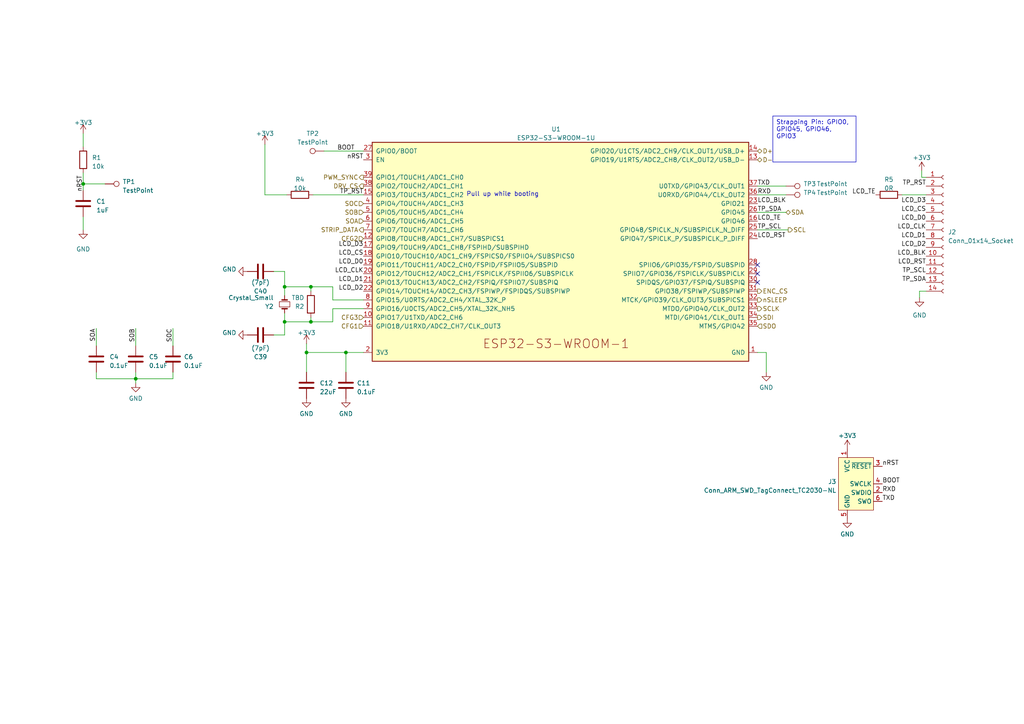
<source format=kicad_sch>
(kicad_sch (version 20230221) (generator eeschema)
  (paper "A4")
  (title_block (title "haptic-knob") (company "wirano"))
  (lib_symbols
    (symbol "Connector:Conn_01x14_Socket" (pin_names (offset 1.016) hide)
      (property "Reference" "J" (at 0 17.78 0))
      (property "Value" "Conn_01x14_Socket" (at 0 -20.32 0))
      (symbol "Conn_01x14_Socket_1_1"
        (arc (start 0 -17.272) (mid -0.5058 -17.78) (end 0 -18.288) (stroke (width 0.1524)))
        (arc (start 0 -14.732) (mid -0.5058 -15.24) (end 0 -15.748) (stroke (width 0.1524)))
        (arc (start 0 -12.192) (mid -0.5058 -12.7) (end 0 -13.208) (stroke (width 0.1524)))
        (arc (start 0 -9.652) (mid -0.5058 -10.16) (end 0 -10.668) (stroke (width 0.1524)))
        (arc (start 0 -7.112) (mid -0.5058 -7.62) (end 0 -8.128) (stroke (width 0.1524)))
        (arc (start 0 -4.572) (mid -0.5058 -5.08) (end 0 -5.588) (stroke (width 0.1524)))
        (arc (start 0 -2.032) (mid -0.5058 -2.54) (end 0 -3.048) (stroke (width 0.1524)))
        (polyline (pts (xy -1.27 -17.78) (xy -0.508 -17.78)) (stroke (width 0.1524)))
        (polyline (pts (xy -1.27 -15.24) (xy -0.508 -15.24)) (stroke (width 0.1524)))
        (polyline (pts (xy -1.27 -12.7) (xy -0.508 -12.7)) (stroke (width 0.1524)))
        (polyline (pts (xy -1.27 -10.16) (xy -0.508 -10.16)) (stroke (width 0.1524)))
        (polyline (pts (xy -1.27 -7.62) (xy -0.508 -7.62)) (stroke (width 0.1524)))
        (polyline (pts (xy -1.27 -5.08) (xy -0.508 -5.08)) (stroke (width 0.1524)))
        (polyline (pts (xy -1.27 -2.54) (xy -0.508 -2.54)) (stroke (width 0.1524)))
        (polyline (pts (xy -1.27 0) (xy -0.508 0)) (stroke (width 0.1524)))
        (polyline (pts (xy -1.27 2.54) (xy -0.508 2.54)) (stroke (width 0.1524)))
        (polyline (pts (xy -1.27 5.08) (xy -0.508 5.08)) (stroke (width 0.1524)))
        (polyline (pts (xy -1.27 7.62) (xy -0.508 7.62)) (stroke (width 0.1524)))
        (polyline (pts (xy -1.27 10.16) (xy -0.508 10.16)) (stroke (width 0.1524)))
        (polyline (pts (xy -1.27 12.7) (xy -0.508 12.7)) (stroke (width 0.1524)))
        (polyline (pts (xy -1.27 15.24) (xy -0.508 15.24)) (stroke (width 0.1524)))
        (arc (start 0 0.508) (mid -0.5058 0) (end 0 -0.508) (stroke (width 0.1524)))
        (arc (start 0 3.048) (mid -0.5058 2.54) (end 0 2.032) (stroke (width 0.1524)))
        (arc (start 0 5.588) (mid -0.5058 5.08) (end 0 4.572) (stroke (width 0.1524)))
        (arc (start 0 8.128) (mid -0.5058 7.62) (end 0 7.112) (stroke (width 0.1524)))
        (arc (start 0 10.668) (mid -0.5058 10.16) (end 0 9.652) (stroke (width 0.1524)))
        (arc (start 0 13.208) (mid -0.5058 12.7) (end 0 12.192) (stroke (width 0.1524)))
        (arc (start 0 15.748) (mid -0.5058 15.24) (end 0 14.732) (stroke (width 0.1524)))
        (pin passive line (at -5.08 15.24 0) (length 3.81) (name "Pin_1") (number "1"))
        (pin passive line (at -5.08 -7.62 0) (length 3.81) (name "Pin_10") (number "10"))
        (pin passive line (at -5.08 -10.16 0) (length 3.81) (name "Pin_11") (number "11"))
        (pin passive line (at -5.08 -12.7 0) (length 3.81) (name "Pin_12") (number "12"))
        (pin passive line (at -5.08 -15.24 0) (length 3.81) (name "Pin_13") (number "13"))
        (pin passive line (at -5.08 -17.78 0) (length 3.81) (name "Pin_14") (number "14"))
        (pin passive line (at -5.08 12.7 0) (length 3.81) (name "Pin_2") (number "2"))
        (pin passive line (at -5.08 10.16 0) (length 3.81) (name "Pin_3") (number "3"))
        (pin passive line (at -5.08 7.62 0) (length 3.81) (name "Pin_4") (number "4"))
        (pin passive line (at -5.08 5.08 0) (length 3.81) (name "Pin_5") (number "5"))
        (pin passive line (at -5.08 2.54 0) (length 3.81) (name "Pin_6") (number "6"))
        (pin passive line (at -5.08 0 0) (length 3.81) (name "Pin_7") (number "7"))
        (pin passive line (at -5.08 -2.54 0) (length 3.81) (name "Pin_8") (number "8"))
        (pin passive line (at -5.08 -5.08 0) (length 3.81) (name "Pin_9") (number "9"))
      )
    )
    (symbol "Connector:Conn_ARM_SWD_TagConnect_TC2030-NL" (in_bom no)
      (property "Reference" "J" (at 2.54 11.43 0))
      (property "Value" "Conn_ARM_SWD_TagConnect_TC2030-NL" (at 2.54 8.89 0))
      (symbol "Conn_ARM_SWD_TagConnect_TC2030-NL_0_0"
        (pin power_in line (at -2.54 10.16 270) (length 2.54) (name "VCC") (number "1"))
        (pin bidirectional line (at 7.62 -2.54 180) (length 2.54) (name "SWDIO") (number "2"))
        (pin open_collector line (at 7.62 5.08 180) (length 2.54) (name "~{RESET}") (number "3"))
        (pin output line (at 7.62 0 180) (length 2.54) (name "SWCLK") (number "4"))
        (pin power_in line (at -2.54 -10.16 90) (length 2.54) (name "GND") (number "5"))
        (pin input line (at 7.62 -5.08 180) (length 2.54) (name "SWO") (number "6"))
      )
      (symbol "Conn_ARM_SWD_TagConnect_TC2030-NL_0_1"
        (rectangle (start -5.08 7.62) (end 5.08 -7.62) (fill (type background)))
      )
    )
    (symbol "Connector:TestPoint" (pin_numbers hide) (pin_names (offset 0.762) hide)
      (property "Reference" "TP" (at 0 6.858 0))
      (property "Value" "TestPoint" (at 0 5.08 0))
      (symbol "TestPoint_0_1"
        (circle (center 0 3.302) (radius 0.762))
      )
      (symbol "TestPoint_1_1"
        (pin passive line (at 0 0 90) (length 2.54) (name "1") (number "1"))
      )
    )
    (symbol "Device:C" (pin_numbers hide) (pin_names (offset 0.254))
      (property "Reference" "C" (at 0.635 2.54 0))
      (property "Value" "C" (at 0.635 -2.54 0))
      (symbol "C_0_1"
        (polyline (pts (xy -2.032 -0.762) (xy 2.032 -0.762)) (stroke (width 0.508)))
        (polyline (pts (xy -2.032 0.762) (xy 2.032 0.762)) (stroke (width 0.508)))
      )
      (symbol "C_1_1"
        (pin passive line (at 0 3.81 270) (length 2.794) (name "~") (number "1"))
        (pin passive line (at 0 -3.81 90) (length 2.794) (name "~") (number "2"))
      )
    )
    (symbol "Device:Crystal_Small" (pin_numbers hide) (pin_names (offset 1.016) hide)
      (property "Reference" "Y" (at 0 2.54 0))
      (property "Value" "Crystal_Small" (at 0 -2.54 0))
      (symbol "Crystal_Small_0_1"
        (rectangle (start -0.762 -1.524) (end 0.762 1.524))
        (polyline (pts (xy -1.27 -0.762) (xy -1.27 0.762)) (stroke (width 0.381)))
        (polyline (pts (xy 1.27 -0.762) (xy 1.27 0.762)) (stroke (width 0.381)))
      )
      (symbol "Crystal_Small_1_1"
        (pin passive line (at -2.54 0 0) (length 1.27) (name "1") (number "1"))
        (pin passive line (at 2.54 0 180) (length 1.27) (name "2") (number "2"))
      )
    )
    (symbol "Device:R" (pin_numbers hide) (pin_names (offset 0))
      (property "Reference" "R" (at 2.032 0 90))
      (property "Value" "R" (at 0 0 90))
      (symbol "R_0_1"
        (rectangle (start -1.016 -2.54) (end 1.016 2.54) (stroke (width 0.254)))
      )
      (symbol "R_1_1"
        (pin passive line (at 0 3.81 270) (length 1.27) (name "~") (number "1"))
        (pin passive line (at 0 -3.81 90) (length 1.27) (name "~") (number "2"))
      )
    )
    (symbol "Espressif:ESP32-S3-WROOM-1" (pin_names (offset 1.016))
      (property "Reference" "U" (at -53.34 38.1 0))
      (property "Value" "ESP32-S3-WROOM-1" (at -53.34 35.56 0))
      (symbol "ESP32-S3-WROOM-1_0_0"
        (rectangle (start -53.34 33.02) (end 55.88 -30.48) (stroke (width 0.254)) (fill (type background)))
        (text "ESP32-S3-WROOM-1" (at 0 -25.4 0) (effects (font (size 2.54 2.54))))
        (pin power_in line (at 58.42 -27.94 180) (length 2.54) (name "GND") (number "1"))
        (pin bidirectional line (at -55.88 -17.78 0) (length 2.54) (name "GPIO17/U1TXD/ADC2_CH6") (number "10"))
        (pin bidirectional line (at -55.88 -20.32 0) (length 2.54) (name "GPIO18/U1RXD/ADC2_CH7/CLK_OUT3") (number "11"))
        (pin bidirectional line (at -55.88 5.08 0) (length 2.54) (name "GPIO8/TOUCH8/ADC1_CH7/SUBSPICS1") (number "12"))
        (pin bidirectional line (at 58.42 27.94 180) (length 2.54) (name "GPIO19/U1RTS/ADC2_CH8/CLK_OUT2/USB_D-") (number "13"))
        (pin bidirectional line (at 58.42 30.48 180) (length 2.54) (name "GPIO20/U1CTS/ADC2_CH9/CLK_OUT1/USB_D+") (number "14"))
        (pin bidirectional line (at -55.88 17.78 0) (length 2.54) (name "GPIO3/TOUCH3/ADC1_CH2") (number "15"))
        (pin bidirectional line (at 58.42 10.16 180) (length 2.54) (name "GPIO46") (number "16"))
        (pin bidirectional line (at -55.88 2.54 0) (length 2.54) (name "GPIO9/TOUCH9/ADC1_CH8/FSPIHD/SUBSPIHD") (number "17"))
        (pin bidirectional line (at -55.88 0 0) (length 2.54) (name "GPIO10/TOUCH10/ADC1_CH9/FSPICS0/FSPIIO4/SUBSPICS0") (number "18"))
        (pin bidirectional line (at -55.88 -2.54 0) (length 2.54) (name "GPIO11/TOUCH11/ADC2_CH0/FSPID/FSPIIO5/SUBSPID") (number "19"))
        (pin power_in line (at -55.88 -27.94 0) (length 2.54) (name "3V3") (number "2"))
        (pin bidirectional line (at -55.88 -5.08 0) (length 2.54) (name "GPIO12/TOUCH12/ADC2_CH1/FSPICLK/FSPIIO6/SUBSPICLK") (number "20"))
        (pin bidirectional line (at -55.88 -7.62 0) (length 2.54) (name "GPIO13/TOUCH13/ADC2_CH2/FSPIQ/FSPIIO7/SUBSPIQ") (number "21"))
        (pin bidirectional line (at -55.88 -10.16 0) (length 2.54) (name "GPIO14/TOUCH14/ADC2_CH3/FSPIWP/FSPIDQS/SUBSPIWP") (number "22"))
        (pin bidirectional line (at 58.42 15.24 180) (length 2.54) (name "GPIO21") (number "23"))
        (pin bidirectional line (at 58.42 5.08 180) (length 2.54) (name "GPIO47/SPICLK_P/SUBSPICLK_P_DIFF") (number "24"))
        (pin bidirectional line (at 58.42 7.62 180) (length 2.54) (name "GPIO48/SPICLK_N/SUBSPICLK_N_DIFF") (number "25"))
        (pin bidirectional line (at 58.42 12.7 180) (length 2.54) (name "GPIO45") (number "26"))
        (pin bidirectional line (at -55.88 30.48 0) (length 2.54) (name "GPIO0/BOOT") (number "27"))
        (pin bidirectional line (at 58.42 -2.54 180) (length 2.54) (name "SPIIO6/GPIO35/FSPID/SUBSPID") (number "28"))
        (pin bidirectional line (at 58.42 -5.08 180) (length 2.54) (name "SPIIO7/GPIO36/FSPICLK/SUBSPICLK") (number "29"))
        (pin input line (at -55.88 27.94 0) (length 2.54) (name "EN") (number "3"))
        (pin bidirectional line (at 58.42 -7.62 180) (length 2.54) (name "SPIDQS/GPIO37/FSPIQ/SUBSPIQ") (number "30"))
        (pin bidirectional line (at 58.42 -10.16 180) (length 2.54) (name "GPIO38/FSPIWP/SUBSPIWP") (number "31"))
        (pin bidirectional line (at 58.42 -12.7 180) (length 2.54) (name "MTCK/GPIO39/CLK_OUT3/SUBSPICS1") (number "32"))
        (pin bidirectional line (at 58.42 -15.24 180) (length 2.54) (name "MTDO/GPIO40/CLK_OUT2") (number "33"))
        (pin bidirectional line (at 58.42 -17.78 180) (length 2.54) (name "MTDI/GPIO41/CLK_OUT1") (number "34"))
        (pin bidirectional line (at 58.42 -20.32 180) (length 2.54) (name "MTMS/GPIO42") (number "35"))
        (pin bidirectional line (at 58.42 17.78 180) (length 2.54) (name "U0RXD/GPIO44/CLK_OUT2") (number "36"))
        (pin bidirectional line (at 58.42 20.32 180) (length 2.54) (name "U0TXD/GPIO43/CLK_OUT1") (number "37"))
        (pin bidirectional line (at -55.88 20.32 0) (length 2.54) (name "GPIO2/TOUCH2/ADC1_CH1") (number "38"))
        (pin bidirectional line (at -55.88 22.86 0) (length 2.54) (name "GPIO1/TOUCH1/ADC1_CH0") (number "39"))
        (pin bidirectional line (at -55.88 15.24 0) (length 2.54) (name "GPIO4/TOUCH4/ADC1_CH3") (number "4"))
        (pin passive line (at 58.42 -27.94 180) (length 2.54) hide (name "GND") (number "40"))
        (pin passive line (at 58.42 -27.94 180) (length 2.54) hide (name "GND") (number "41"))
        (pin bidirectional line (at -55.88 12.7 0) (length 2.54) (name "GPIO5/TOUCH5/ADC1_CH4") (number "5"))
        (pin bidirectional line (at -55.88 10.16 0) (length 2.54) (name "GPIO6/TOUCH6/ADC1_CH5") (number "6"))
        (pin bidirectional line (at -55.88 7.62 0) (length 2.54) (name "GPIO7/TOUCH7/ADC1_CH6") (number "7"))
        (pin bidirectional line (at -55.88 -12.7 0) (length 2.54) (name "GPIO15/U0RTS/ADC2_CH4/XTAL_32K_P") (number "8"))
        (pin bidirectional line (at -55.88 -15.24 0) (length 2.54) (name "GPIO16/U0CTS/ADC2_CH5/XTAL_32K_NH5") (number "9"))
      )
    )
    (symbol "power:+3V3" (power) (pin_names (offset 0))
      (property "Value" "+3V3" (at 0 3.556 0))
      (symbol "+3V3_0_1"
        (polyline (pts (xy -0.762 1.27) (xy 0 2.54)))
        (polyline (pts (xy 0 0) (xy 0 2.54)))
        (polyline (pts (xy 0 2.54) (xy 0.762 1.27)))
      )
      (symbol "+3V3_1_1"
        (pin power_in line (at 0 0 90) (length 0) hide (name "+3V3") (number "1"))
      )
    )
    (symbol "power:GND" (power) (pin_names (offset 0))
      (property "Value" "GND" (at 0 -3.81 0))
      (symbol "GND_0_1"
        (polyline (pts (xy 0 0) (xy 0 -1.27) (xy 1.27 -1.27) (xy 0 -2.54) (xy -1.27 -1.27) (xy 0 -1.27)))
      )
      (symbol "GND_1_1"
        (pin power_in line (at 0 0 270) (length 0) hide (name "GND") (number "1"))
      )
    )
  )
  (junction (at 90.17 83.185))
  (junction (at 24.13 53.34))
  (junction (at 100.33 102.235))
  (junction (at 82.55 93.345))
  (junction (at 88.9 102.235))
  (junction (at 82.55 83.185))
  (junction (at 39.37 109.855))
  (junction (at 90.17 93.345))
  (no_connect (at 219.71 79.375))
  (no_connect (at 219.71 81.915))
  (no_connect (at 219.71 76.835))
  (wire (pts (xy 93.98 43.815) (xy 105.41 43.815)))
  (wire (pts (xy 228.6 66.675) (xy 219.71 66.675)))
  (wire (pts (xy 219.71 102.235) (xy 222.25 102.235)))
  (wire (pts (xy 79.375 97.155) (xy 82.55 97.155)))
  (wire (pts (xy 266.7 84.455) (xy 268.605 84.455)))
  (wire (pts (xy 50.165 109.855) (xy 50.165 107.95)))
  (wire (pts (xy 82.55 78.74) (xy 82.55 83.185)))
  (wire (pts (xy 96.52 93.345) (xy 96.52 89.535)))
  (wire (pts (xy 39.37 109.855) (xy 39.37 111.125)))
  (wire (pts (xy 90.17 83.185) (xy 96.52 83.185)))
  (wire (pts (xy 82.55 93.345) (xy 90.17 93.345)))
  (wire (pts (xy 88.9 99.695) (xy 88.9 102.235)))
  (wire (pts (xy 24.13 53.34) (xy 24.13 55.245)))
  (wire (pts (xy 222.25 102.235) (xy 222.25 107.95)))
  (wire (pts (xy 27.94 107.95) (xy 27.94 109.855)))
  (wire (pts (xy 88.9 102.235) (xy 100.33 102.235)))
  (wire (pts (xy 82.55 83.185) (xy 90.17 83.185)))
  (wire (pts (xy 267.335 51.435) (xy 268.605 51.435)))
  (wire (pts (xy 24.13 50.165) (xy 24.13 53.34)))
  (wire (pts (xy 90.805 56.515) (xy 105.41 56.515)))
  (wire (pts (xy 227.965 56.515) (xy 219.71 56.515)))
  (wire (pts (xy 267.335 49.53) (xy 267.335 51.435)))
  (wire (pts (xy 227.965 53.975) (xy 219.71 53.975)))
  (wire (pts (xy 24.13 62.865) (xy 24.13 66.675)))
  (wire (pts (xy 24.13 42.545) (xy 24.13 38.735)))
  (wire (pts (xy 82.55 83.185) (xy 82.55 85.725)))
  (wire (pts (xy 100.33 102.235) (xy 105.41 102.235)))
  (wire (pts (xy 90.17 93.345) (xy 96.52 93.345)))
  (wire (pts (xy 90.17 93.345) (xy 90.17 92.075)))
  (wire (pts (xy 82.55 90.805) (xy 82.55 93.345)))
  (wire (pts (xy 50.165 100.33) (xy 50.165 95.25)))
  (wire (pts (xy 100.33 107.95) (xy 100.33 102.235)))
  (wire (pts (xy 261.62 56.515) (xy 268.605 56.515)))
  (wire (pts (xy 96.52 83.185) (xy 96.52 86.995)))
  (wire (pts (xy 82.55 97.155) (xy 82.55 93.345)))
  (wire (pts (xy 90.17 84.455) (xy 90.17 83.185)))
  (wire (pts (xy 227.965 61.595) (xy 219.71 61.595)))
  (wire (pts (xy 39.37 95.25) (xy 39.37 100.33)))
  (wire (pts (xy 88.9 107.95) (xy 88.9 102.235)))
  (wire (pts (xy 24.13 53.34) (xy 30.48 53.34)))
  (wire (pts (xy 76.835 56.515) (xy 83.185 56.515)))
  (wire (pts (xy 76.835 41.91) (xy 76.835 56.515)))
  (wire (pts (xy 27.94 100.33) (xy 27.94 95.25)))
  (wire (pts (xy 27.94 109.855) (xy 39.37 109.855)))
  (wire (pts (xy 96.52 89.535) (xy 105.41 89.535)))
  (wire (pts (xy 96.52 86.995) (xy 105.41 86.995)))
  (wire (pts (xy 82.55 78.74) (xy 79.375 78.74)))
  (wire (pts (xy 39.37 109.855) (xy 50.165 109.855)))
  (wire (pts (xy 266.7 86.36) (xy 266.7 84.455)))
  (wire (pts (xy 39.37 107.95) (xy 39.37 109.855)))
  (text_box "Strapping Pin: GPIO0, GPIO45, GPIO46, GPIO3" (at 224.155 33.655 0) (size 24.13 13.335) (effects (font (size 1.27 1.27)) (justify left top)))
  (text "Pull up while booting" (at 135.255 57.15 0) (effects (font (size 1.27 1.27)) (justify left bottom)))
  (label "TP_SDA" (at 268.605 81.915 180))
  (label "LCD_RST" (at 219.71 69.215 0))
  (label "nRST" (at 24.13 50.8 270))
  (label "LCD_CS" (at 268.605 61.595 180))
  (label "BOOT" (at 97.79 43.815 0))
  (label "LCD_D2" (at 105.41 84.455 180))
  (label "LCD_D0" (at 268.605 64.135 180))
  (label "SOC" (at 50.165 95.25 270))
  (label "LCD_D0" (at 105.41 76.835 180))
  (label "RXD" (at 219.71 56.515 0))
  (label "TP_RST" (at 105.41 56.515 180))
  (label "SOA" (at 27.94 95.25 270))
  (label "TP_SDA" (at 219.71 61.595 0))
  (label "LCD_BLK" (at 219.71 59.055 0))
  (label "LCD_CS" (at 105.41 74.295 180))
  (label "nRST" (at 105.41 46.355 180))
  (label "LCD_D2" (at 268.605 71.755 180))
  (label "RXD" (at 255.905 142.875 0))
  (label "LCD_D3" (at 105.41 71.755 180))
  (label "TXD" (at 255.905 145.415 0))
  (label "TP_RST" (at 268.605 53.975 180))
  (label "LCD_CLK" (at 105.41 79.375 180))
  (label "TXD" (at 219.71 53.975 0))
  (label "TP_SCL" (at 268.605 79.375 180))
  (label "LCD_D3" (at 268.605 59.055 180))
  (label "SOB" (at 39.37 95.25 270))
  (label "LCD_TE" (at 219.71 64.135 0))
  (label "LCD_D1" (at 105.41 81.915 180))
  (label "LCD_TE" (at 254 56.515 180))
  (label "LCD_CLK" (at 268.605 66.675 180))
  (label "nRST" (at 255.905 135.255 0))
  (label "LCD_BLK" (at 268.605 74.295 180))
  (label "LCD_D1" (at 268.605 69.215 180))
  (label "TP_SCL" (at 219.71 66.675 0))
  (label "LCD_RST" (at 268.605 76.835 180))
  (label "BOOT" (at 255.905 140.335 0))
  (hierarchical_label "SOC" (shape input) (at 105.41 59.055 180))
  (hierarchical_label "D+" (shape bidirectional) (at 219.71 43.815 0))
  (hierarchical_label "STRIP_DATA" (shape output) (at 105.41 66.675 180))
  (hierarchical_label "CFG2" (shape input) (at 105.41 69.215 180))
  (hierarchical_label "CFG1" (shape input) (at 105.41 94.615 180))
  (hierarchical_label "DRV_CS" (shape output) (at 105.41 53.975 180))
  (hierarchical_label "SDI" (shape output) (at 219.71 92.075 0))
  (hierarchical_label "SOB" (shape input) (at 105.41 61.595 180))
  (hierarchical_label "D-" (shape bidirectional) (at 219.71 46.355 0))
  (hierarchical_label "SCLK" (shape output) (at 219.71 89.535 0))
  (hierarchical_label "PWM_SYNC" (shape output) (at 105.41 51.435 180))
  (hierarchical_label "SOA" (shape input) (at 105.41 64.135 180))
  (hierarchical_label "nSLEEP" (shape output) (at 219.71 86.995 0))
  (hierarchical_label "SDO" (shape input) (at 219.71 94.615 0))
  (hierarchical_label "CFG3" (shape input) (at 105.41 92.075 180))
  (hierarchical_label "SCL" (shape output) (at 228.6 66.675 0))
  (hierarchical_label "SDA" (shape bidirectional) (at 227.965 61.595 0))
  (hierarchical_label "ENC_CS" (shape output) (at 219.71 84.455 0))
  (symbol (lib_id "Connector:Conn_ARM_SWD_TagConnect_TC2030-NL") (at 248.285 140.335 0) (unit 1)
    (property "Reference" "J3" (at 242.57 139.7 0) (effects (justify right)))
    (property "Value" "Conn_ARM_SWD_TagConnect_TC2030-NL" (at 242.57 142.24 0) (effects (justify right)))
    (property "Footprint" "Connector:Tag-Connect_TC2030-IDC-NL_2x03_P1.27mm_Vertical" (effects hide))
    (property "Datasheet" "https://www.tag-connect.com/wp-content/uploads/bsk-pdf-manager/TC2030-CTX_1.pdf" (effects hide))
  )
  (symbol (lib_id "Connector:TestPoint") (at 93.98 43.815 90) (unit 1)
    (property "Reference" "TP2" (at 90.678 38.735 90))
    (property "Value" "TestPoint" (at 90.678 41.275 90))
    (property "Footprint" "TestPoint:TestPoint_Pad_D1.5mm" (effects hide))
  )
  (symbol (lib_id "power:GND") (at 24.13 66.675 0) (unit 1)
    (property "Reference" "#PWR02" (effects hide))
    (property "Value" "GND" (at 24.13 72.263 0))
  )
  (symbol (lib_id "Device:C") (at 27.94 104.14 0) (unit 1)
    (property "Reference" "C4" (at 31.75 103.505 0) (effects (justify left)))
    (property "Value" "0.1uF" (at 31.75 106.045 0) (effects (justify left)))
    (property "Footprint" "Capacitor_SMD:C_0402_1005Metric" (effects hide))
  )
  (symbol (lib_id "Device:Crystal_Small") (at 82.55 88.265 270) (unit 1)
    (property "Reference" "Y2" (at 79.375 88.9 90) (effects (justify right)))
    (property "Value" "Crystal_Small" (at 79.375 86.36 90) (effects (justify right)))
    (property "Footprint" "Crystal:Crystal_SMD_2012-2Pin_2.0x1.2mm" (effects hide))
  )
  (symbol (lib_id "power:+3V3") (at 245.745 130.175 0) (unit 1)
    (property "Reference" "#PWR06" (effects hide))
    (property "Value" "+3V3" (at 245.745 126.365 0))
  )
  (symbol (lib_id "power:+3V3") (at 76.835 41.91 0) (unit 1)
    (property "Reference" "#PWR013" (effects hide))
    (property "Value" "+3V3" (at 76.835 38.735 0))
  )
  (symbol (lib_id "Device:R") (at 257.81 56.515 90) (unit 1)
    (property "Reference" "R5" (at 257.81 52.07 90))
    (property "Value" "0R" (at 257.81 54.61 90))
    (property "Footprint" "Resistor_SMD:R_0402_1005Metric" (effects hide))
  )
  (symbol (lib_id "Connector:TestPoint") (at 30.48 53.34 270) (unit 1)
    (property "Reference" "TP1" (at 35.56 52.705 90) (effects (justify left)))
    (property "Value" "TestPoint" (at 35.56 55.245 90) (effects (justify left)))
    (property "Footprint" "TestPoint:TestPoint_Pad_D1.5mm" (effects hide))
  )
  (symbol (lib_id "power:+3V3") (at 267.335 49.53 0) (unit 1)
    (property "Reference" "#PWR046" (effects hide))
    (property "Value" "+3V3" (at 267.335 45.72 0))
  )
  (symbol (lib_id "Device:C") (at 100.33 111.76 0) (unit 1)
    (property "Reference" "C11" (at 103.505 111.125 0) (effects (justify left)))
    (property "Value" "0.1uF" (at 103.505 113.665 0) (effects (justify left)))
    (property "Footprint" "Capacitor_SMD:C_0402_1005Metric" (effects hide))
  )
  (symbol (lib_id "power:GND") (at 39.37 111.125 0) (unit 1)
    (property "Reference" "#PWR010" (effects hide))
    (property "Value" "GND" (at 39.37 115.57 0))
  )
  (symbol (lib_id "Connector:Conn_01x14_Socket") (at 273.685 66.675 0) (unit 1)
    (property "Reference" "J2" (at 274.955 67.31 0) (effects (justify left)))
    (property "Value" "Conn_01x14_Socket" (at 274.955 69.85 0) (effects (justify left)))
    (property "Footprint" "Connector_JST:JST_SHL_SM14B-SHLS-TF_1x14-1MP_P1.00mm_Horizontal" (effects hide))
  )
  (symbol (lib_id "power:GND") (at 71.755 97.155 270) (unit 1)
    (property "Reference" "#PWR048" (effects hide))
    (property "Value" "GND" (at 68.58 96.52 90) (effects (justify right)))
  )
  (symbol (lib_id "Device:R") (at 86.995 56.515 90) (unit 1)
    (property "Reference" "R4" (at 86.995 52.07 90))
    (property "Value" "10k" (at 86.995 54.61 90))
    (property "Footprint" "Resistor_SMD:R_0402_1005Metric" (effects hide))
  )
  (symbol (lib_id "Device:R") (at 24.13 46.355 0) (unit 1)
    (property "Reference" "R1" (at 26.67 45.72 0) (effects (justify left)))
    (property "Value" "10k" (at 26.67 48.26 0) (effects (justify left)))
    (property "Footprint" "Resistor_SMD:R_0402_1005Metric" (effects hide))
  )
  (symbol (lib_id "power:GND") (at 88.9 115.57 0) (unit 1)
    (property "Reference" "#PWR07" (effects hide))
    (property "Value" "GND" (at 88.9 120.015 0))
  )
  (symbol (lib_id "power:GND") (at 266.7 86.36 0) (unit 1)
    (property "Reference" "#PWR014" (effects hide))
    (property "Value" "GND" (at 266.7 91.44 0))
  )
  (symbol (lib_id "Connector:TestPoint") (at 227.965 56.515 270) (unit 1)
    (property "Reference" "TP4" (at 233.045 55.88 90) (effects (justify left)))
    (property "Value" "TestPoint" (at 236.855 55.88 90) (effects (justify left)))
    (property "Footprint" "TestPoint:TestPoint_Pad_D1.5mm" (effects hide))
  )
  (symbol (lib_id "power:GND") (at 222.25 107.95 0) (unit 1)
    (property "Reference" "#PWR05" (effects hide))
    (property "Value" "GND" (at 222.25 112.395 0))
  )
  (symbol (lib_id "Device:C") (at 75.565 97.155 270) (unit 1)
    (property "Reference" "C39" (at 75.565 103.505 90))
    (property "Value" "(7pF)" (at 75.565 100.965 90))
    (property "Footprint" "Capacitor_SMD:C_0402_1005Metric" (effects hide))
  )
  (symbol (lib_id "power:GND") (at 71.755 78.74 270) (unit 1)
    (property "Reference" "#PWR049" (effects hide))
    (property "Value" "GND" (at 68.58 78.105 90) (effects (justify right)))
  )
  (symbol (lib_id "Device:C") (at 50.165 104.14 0) (unit 1)
    (property "Reference" "C6" (at 53.34 103.505 0) (effects (justify left)))
    (property "Value" "0.1uF" (at 53.34 106.045 0) (effects (justify left)))
    (property "Footprint" "Capacitor_SMD:C_0402_1005Metric" (effects hide))
  )
  (symbol (lib_id "Device:C") (at 39.37 104.14 0) (unit 1)
    (property "Reference" "C5" (at 43.18 103.505 0) (effects (justify left)))
    (property "Value" "0.1uF" (at 43.18 106.045 0) (effects (justify left)))
    (property "Footprint" "Capacitor_SMD:C_0402_1005Metric" (effects hide))
  )
  (symbol (lib_id "Connector:TestPoint") (at 227.965 53.975 270) (unit 1)
    (property "Reference" "TP3" (at 233.045 53.34 90) (effects (justify left)))
    (property "Value" "TestPoint" (at 236.855 53.34 90) (effects (justify left)))
    (property "Footprint" "TestPoint:TestPoint_Pad_D1.5mm" (effects hide))
  )
  (symbol (lib_id "power:GND") (at 245.745 150.495 0) (unit 1)
    (property "Reference" "#PWR09" (effects hide))
    (property "Value" "GND" (at 245.745 154.94 0))
  )
  (symbol (lib_id "Device:R") (at 90.17 88.265 180) (unit 1)
    (property "Reference" "R2" (at 88.265 88.9 0) (effects (justify left)))
    (property "Value" "TBD" (at 88.265 86.36 0) (effects (justify left)))
    (property "Footprint" "Resistor_SMD:R_0402_1005Metric" (effects hide))
  )
  (symbol (lib_id "Device:C") (at 24.13 59.055 0) (unit 1)
    (property "Reference" "C1" (at 27.94 58.42 0) (effects (justify left)))
    (property "Value" "1uF" (at 27.94 60.96 0) (effects (justify left)))
    (property "Footprint" "Capacitor_SMD:C_0402_1005Metric" (effects hide))
  )
  (symbol (lib_id "Device:C") (at 88.9 111.76 0) (unit 1)
    (property "Reference" "C12" (at 92.71 111.125 0) (effects (justify left)))
    (property "Value" "22uF" (at 92.71 113.665 0) (effects (justify left)))
    (property "Footprint" "Capacitor_SMD:C_0402_1005Metric" (effects hide))
  )
  (symbol (lib_id "power:+3V3") (at 24.13 38.735 0) (unit 1)
    (property "Reference" "#PWR01" (effects hide))
    (property "Value" "+3V3" (at 24.13 35.56 0))
  )
  (symbol (lib_id "Espressif:ESP32-S3-WROOM-1") (at 161.29 74.295 0) (unit 1)
    (property "Reference" "U1" (at 161.29 37.465 0))
    (property "Value" "ESP32-S3-WROOM-1U" (at 161.29 40.005 0))
    (property "Footprint" "Espressif:ESP32-S3-WROOM-1U" (effects hide))
    (property "Datasheet" "https://www.espressif.com/sites/default/files/documentation/esp32-s3-wroom-1_wroom-1u_datasheet_en.pdf" (effects hide))
  )
  (symbol (lib_id "power:GND") (at 100.33 115.57 0) (unit 1)
    (property "Reference" "#PWR08" (effects hide))
    (property "Value" "GND" (at 100.33 120.015 0))
  )
  (symbol (lib_id "power:+3V3") (at 88.9 99.695 0) (unit 1)
    (property "Reference" "#PWR042" (effects hide))
    (property "Value" "+3V3" (at 88.9 96.52 0))
  )
  (symbol (lib_id "Device:C") (at 75.565 78.74 270) (unit 1)
    (property "Reference" "C40" (at 75.565 84.455 90))
    (property "Value" "(7pF)" (at 75.565 81.915 90))
    (property "Footprint" "Capacitor_SMD:C_0402_1005Metric" (effects hide))
  )
)
</source>
